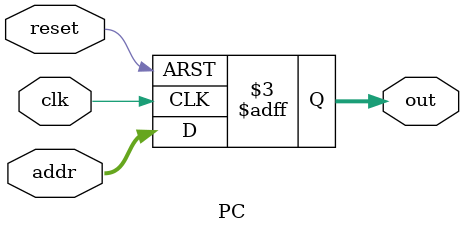
<source format=v>
module PC
#(parameter ADDR_WIDTH=5)
(
	input clk, reset,
	input [2**ADDR_WIDTH-1:0] addr,
	output reg [2**ADDR_WIDTH-1:0] out
);

	always @ (posedge clk or negedge reset)
	begin
		if (!reset) out <= 0;
		else out <= addr;
	end
endmodule

</source>
